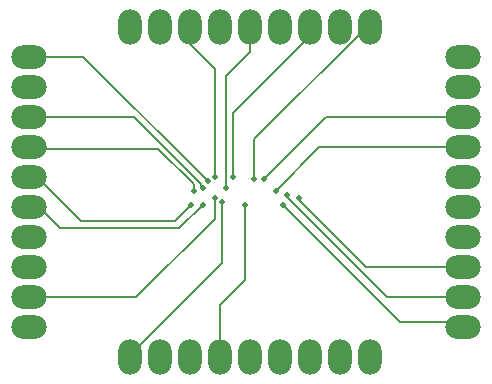
<source format=gbr>
G04 DipTrace 3.3.1.3*
G04 Bottom.gbr*
%MOIN*%
G04 #@! TF.FileFunction,Copper,L2,Bot*
G04 #@! TF.Part,Single*
G04 #@! TA.AperFunction,Conductor*
%ADD13C,0.006*%
G04 #@! TA.AperFunction,ComponentPad*
%ADD15O,0.07874X0.11811*%
%ADD16O,0.11811X0.07874*%
G04 #@! TA.AperFunction,ViaPad*
%ADD18C,0.02*%
%FSLAX26Y26*%
G04*
G70*
G90*
G75*
G01*
G04 Bottom*
%LPD*%
X1407763Y1321823D2*
D13*
X993701Y1735886D1*
X814039D1*
X1431201Y1337449D2*
Y1696825D1*
X1348426Y1779600D1*
Y1837486D1*
X1493701Y1337449D2*
X1493696Y1337453D1*
Y1548381D1*
X1743701Y1798386D1*
Y1837486D1*
X1748426D1*
X1431201Y1267137D2*
Y1196823D1*
X1170264Y935886D1*
X814014D1*
X814039Y1435886D2*
Y1431199D1*
X1243701D1*
X1362451Y1312449D1*
Y1289010D1*
X1360886Y1290574D1*
X1353077Y1243699D2*
X1298388Y1189011D1*
X985889D1*
X839014Y1335886D1*
X814014D1*
X1392138Y1243699D2*
X1314014Y1165574D1*
X915575D1*
X845263Y1235886D1*
X814014D1*
X1470263Y1298386D2*
Y1673385D1*
X1548426Y1751548D1*
Y1837486D1*
X1564014Y1329636D2*
Y1462448D1*
X1939052Y1837486D1*
X1948426D1*
X1595263Y1329636D2*
X1801514Y1535886D1*
X2259377D1*
X1454638Y1251511D2*
Y1048385D1*
X1148426Y742172D1*
Y735886D1*
X1532763Y1243699D2*
Y993699D1*
X1448426Y909361D1*
Y735886D1*
X1673389Y1274949D2*
X1665575D1*
X2004638Y935886D1*
X2259377D1*
X1712451Y1267137D2*
X1704638D1*
X1935889Y1035886D1*
X2259377D1*
X1657763Y1243699D2*
X2048388Y853074D1*
X2259377D1*
Y835886D1*
X1392138Y1298386D2*
X1387451D1*
Y1312448D1*
X1164012Y1535886D1*
X814039D1*
X1634326Y1290574D2*
X1779638Y1435886D1*
X2259377D1*
D18*
X1360886Y1290574D3*
X1407763Y1321823D3*
X1431201Y1337449D3*
X1493701D3*
X1353077Y1243699D3*
X1392138D3*
X1470263Y1298386D3*
X1564014Y1329636D3*
X1595263D3*
X1431201Y1267137D3*
X1454638Y1251511D3*
X1532763Y1243699D3*
X1673389Y1274949D3*
X1712451Y1267137D3*
X1657763Y1243699D3*
X1392138Y1298386D3*
X1634326Y1290574D3*
D15*
X1848426Y735886D3*
X1748426D3*
X1648426D3*
X1548426Y1837486D3*
X1948426D3*
D16*
X2259377Y1635886D3*
Y1535886D3*
D15*
X1448426Y735886D3*
D16*
X2259377Y1735886D3*
D15*
X1748426Y1837486D3*
X1348426D3*
D16*
X814039Y1735886D3*
Y1635886D3*
D15*
X1148426Y735886D3*
X1548426D3*
X1348426D3*
X1248426D3*
D16*
X814014Y935886D3*
Y835886D3*
Y1035886D3*
Y1235886D3*
Y1135886D3*
Y1335886D3*
X814039Y1435886D3*
Y1535886D3*
X2259377Y1435886D3*
Y1335886D3*
Y1235886D3*
Y1135886D3*
Y935886D3*
Y1035886D3*
Y835886D3*
D15*
X1948426Y735886D3*
X1848426Y1837486D3*
X1648426D3*
X1448426Y1837449D3*
X1248426Y1837486D3*
X1148426D3*
M02*

</source>
